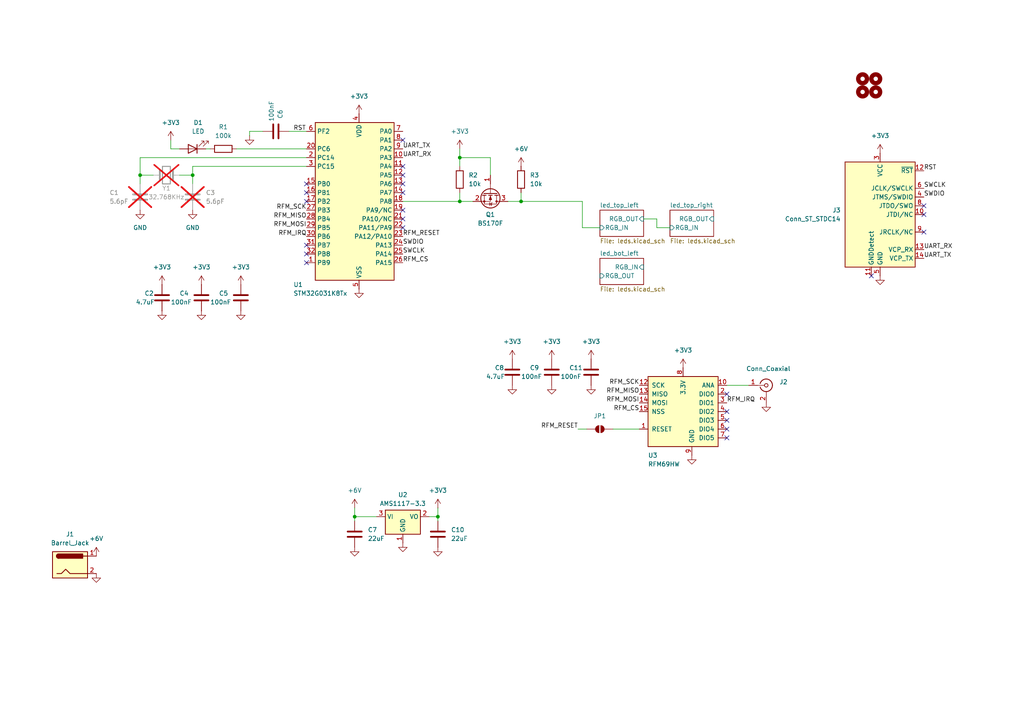
<source format=kicad_sch>
(kicad_sch (version 20231120) (generator "eeschema") (generator_version "8.0")
  (paper "A4")
  (lib_symbols
    (symbol "Connector:Barrel_Jack" (pin_names (offset 1.016))
      (property "Reference" "J" (at 0 5.334 0))
      (property "Value" "Barrel_Jack" (at 0 -5.08 0))
      (symbol "Barrel_Jack_0_1"
        (rectangle (start -5.08 3.81) (end 5.08 -3.81) (stroke (width 0.254)) (fill (type background)))
        (arc (start -3.302 3.175) (mid -3.9343 2.54) (end -3.302 1.905) (stroke (width 0.254)))
        (arc (start -3.302 3.175) (mid -3.9343 2.54) (end -3.302 1.905) (stroke (width 0.254)) (fill (type outline)))
        (polyline (pts (xy 5.08 2.54) (xy 3.81 2.54)) (stroke (width 0.254)))
        (polyline (pts (xy -3.81 -2.54) (xy -2.54 -2.54) (xy -1.27 -1.27) (xy 0 -2.54) (xy 2.54 -2.54) (xy 5.08 -2.54)) (stroke (width 0.254)))
        (rectangle (start 3.683 3.175) (end -3.302 1.905) (stroke (width 0.254)) (fill (type outline)))
      )
      (symbol "Barrel_Jack_1_1"
        (pin passive line (at 7.62 2.54 180) (length 2.54) (name "~") (number "1"))
        (pin passive line (at 7.62 -2.54 180) (length 2.54) (name "~") (number "2"))
      )
    )
    (symbol "Connector:Conn_Coaxial" (pin_names (offset 1.016) hide)
      (property "Reference" "J" (at 0.254 3.048 0))
      (property "Value" "Conn_Coaxial" (at 2.921 0 90))
      (symbol "Conn_Coaxial_0_1"
        (arc (start -1.778 -0.508) (mid 0.2311 -1.8066) (end 1.778 0) (stroke (width 0.254)))
        (polyline (pts (xy -2.54 0) (xy -0.508 0)))
        (polyline (pts (xy 0 -2.54) (xy 0 -1.778)))
        (circle (center 0 0) (radius 0.508) (stroke (width 0.2032)))
        (arc (start 1.778 0) (mid 0.2099 1.8101) (end -1.778 0.508) (stroke (width 0.254)))
      )
      (symbol "Conn_Coaxial_1_1"
        (pin passive line (at -5.08 0 0) (length 2.54) (name "In") (number "1"))
        (pin passive line (at 0 -5.08 90) (length 2.54) (name "Ext") (number "2"))
      )
    )
    (symbol "Connector:Conn_ST_STDC14"
      (property "Reference" "J" (at -8.89 16.51 0))
      (property "Value" "Conn_ST_STDC14" (at 17.78 16.51 0))
      (symbol "Conn_ST_STDC14_0_1"
        (rectangle (start -10.16 15.24) (end 10.16 -15.24) (stroke (width 0.254)) (fill (type background)))
      )
      (symbol "Conn_ST_STDC14_1_1"
        (pin no_connect line (at -10.16 5.08 0) (length 2.54) hide (name "NC") (number "1"))
        (pin output line (at 12.7 0 180) (length 2.54) (name "JTDI/NC") (number "10"))
        (pin passive line (at -2.54 -17.78 90) (length 2.54) (name "GNDDetect") (number "11"))
        (pin open_collector line (at 12.7 12.7 180) (length 2.54) (name "~{RST}") (number "12"))
        (pin output line (at 12.7 -10.16 180) (length 2.54) (name "VCP_RX") (number "13"))
        (pin input line (at 12.7 -12.7 180) (length 2.54) (name "VCP_TX") (number "14"))
        (pin no_connect line (at -10.16 2.54 0) (length 2.54) hide (name "NC") (number "2"))
        (pin power_in line (at 0 17.78 270) (length 2.54) (name "VCC") (number "3"))
        (pin bidirectional line (at 12.7 5.08 180) (length 2.54) (name "JTMS/SWDIO") (number "4"))
        (pin power_in line (at 0 -17.78 90) (length 2.54) (name "GND") (number "5"))
        (pin output line (at 12.7 7.62 180) (length 2.54) (name "JCLK/SWCLK") (number "6"))
        (pin passive line (at 0 -17.78 90) (length 2.54) hide (name "GND") (number "7"))
        (pin input line (at 12.7 2.54 180) (length 2.54) (name "JTDO/SWO") (number "8"))
        (pin input line (at 12.7 -5.08 180) (length 2.54) (name "JRCLK/NC") (number "9"))
      )
    )
    (symbol "Device:C" (pin_numbers hide) (pin_names (offset 0.254))
      (property "Reference" "C" (at 0.635 2.54 0))
      (property "Value" "C" (at 0.635 -2.54 0))
      (symbol "C_0_1"
        (polyline (pts (xy -2.032 -0.762) (xy 2.032 -0.762)) (stroke (width 0.508)))
        (polyline (pts (xy -2.032 0.762) (xy 2.032 0.762)) (stroke (width 0.508)))
      )
      (symbol "C_1_1"
        (pin passive line (at 0 3.81 270) (length 2.794) (name "~") (number "1"))
        (pin passive line (at 0 -3.81 90) (length 2.794) (name "~") (number "2"))
      )
    )
    (symbol "Device:Crystal" (pin_numbers hide) (pin_names (offset 1.016) hide)
      (property "Reference" "Y" (at 0 3.81 0))
      (property "Value" "Crystal" (at 0 -3.81 0))
      (symbol "Crystal_0_1"
        (rectangle (start -1.143 2.54) (end 1.143 -2.54) (stroke (width 0.3048)))
        (polyline (pts (xy -2.54 0) (xy -1.905 0)))
        (polyline (pts (xy -1.905 -1.27) (xy -1.905 1.27)) (stroke (width 0.508)))
        (polyline (pts (xy 1.905 -1.27) (xy 1.905 1.27)) (stroke (width 0.508)))
        (polyline (pts (xy 2.54 0) (xy 1.905 0)))
      )
      (symbol "Crystal_1_1"
        (pin passive line (at -3.81 0 0) (length 1.27) (name "1") (number "1"))
        (pin passive line (at 3.81 0 180) (length 1.27) (name "2") (number "2"))
      )
    )
    (symbol "Device:LED" (pin_numbers hide) (pin_names (offset 1.016) hide)
      (property "Reference" "D" (at 0 2.54 0))
      (property "Value" "LED" (at 0 -2.54 0))
      (symbol "LED_0_1"
        (polyline (pts (xy -1.27 -1.27) (xy -1.27 1.27)) (stroke (width 0.254)))
        (polyline (pts (xy -1.27 0) (xy 1.27 0)))
        (polyline (pts (xy 1.27 -1.27) (xy 1.27 1.27) (xy -1.27 0) (xy 1.27 -1.27)) (stroke (width 0.254)))
        (polyline (pts (xy -3.048 -0.762) (xy -4.572 -2.286) (xy -3.81 -2.286) (xy -4.572 -2.286) (xy -4.572 -1.524)))
        (polyline (pts (xy -1.778 -0.762) (xy -3.302 -2.286) (xy -2.54 -2.286) (xy -3.302 -2.286) (xy -3.302 -1.524)))
      )
      (symbol "LED_1_1"
        (pin passive line (at -3.81 0 0) (length 2.54) (name "K") (number "1"))
        (pin passive line (at 3.81 0 180) (length 2.54) (name "A") (number "2"))
      )
    )
    (symbol "Device:R" (pin_numbers hide) (pin_names (offset 0))
      (property "Reference" "R" (at 2.032 0 90))
      (property "Value" "R" (at 0 0 90))
      (symbol "R_0_1"
        (rectangle (start -1.016 -2.54) (end 1.016 2.54) (stroke (width 0.254)))
      )
      (symbol "R_1_1"
        (pin passive line (at 0 3.81 270) (length 1.27) (name "~") (number "1"))
        (pin passive line (at 0 -3.81 90) (length 1.27) (name "~") (number "2"))
      )
    )
    (symbol "Jumper:SolderJumper_2_Open" (pin_numbers hide) (pin_names (offset 0) hide) (exclude_from_sim yes) (in_bom no)
      (property "Reference" "JP" (at 0 2.032 0))
      (property "Value" "SolderJumper_2_Open" (at 0 -2.54 0))
      (symbol "SolderJumper_2_Open_0_1"
        (arc (start -0.254 1.016) (mid -1.2656 0) (end -0.254 -1.016))
        (arc (start -0.254 1.016) (mid -1.2656 0) (end -0.254 -1.016) (fill (type outline)))
        (polyline (pts (xy -0.254 1.016) (xy -0.254 -1.016)))
        (polyline (pts (xy 0.254 1.016) (xy 0.254 -1.016)))
        (arc (start 0.254 -1.016) (mid 1.2656 0) (end 0.254 1.016))
        (arc (start 0.254 -1.016) (mid 1.2656 0) (end 0.254 1.016) (fill (type outline)))
      )
      (symbol "SolderJumper_2_Open_1_1"
        (pin passive line (at -3.81 0 0) (length 2.54) (name "A") (number "1"))
        (pin passive line (at 3.81 0 180) (length 2.54) (name "B") (number "2"))
      )
    )
    (symbol "MCU_ST_STM32G0:STM32G031K8Tx"
      (property "Reference" "U" (at -10.16 24.13 0))
      (property "Value" "STM32G031K8Tx" (at 5.08 24.13 0))
      (symbol "STM32G031K8Tx_0_1"
        (rectangle (start -10.16 -22.86) (end 12.7 22.86) (stroke (width 0.254)) (fill (type background)))
      )
      (symbol "STM32G031K8Tx_1_1"
        (pin bidirectional line (at -12.7 -17.78 0) (length 2.54) (name "PB9") (number "1"))
        (pin bidirectional line (at 15.24 12.7 180) (length 2.54) (name "PA3") (number "10"))
        (pin bidirectional line (at 15.24 10.16 180) (length 2.54) (name "PA4") (number "11"))
        (pin bidirectional line (at 15.24 7.62 180) (length 2.54) (name "PA5") (number "12"))
        (pin bidirectional line (at 15.24 5.08 180) (length 2.54) (name "PA6") (number "13"))
        (pin bidirectional line (at 15.24 2.54 180) (length 2.54) (name "PA7") (number "14"))
        (pin bidirectional line (at -12.7 5.08 0) (length 2.54) (name "PB0") (number "15"))
        (pin bidirectional line (at -12.7 2.54 0) (length 2.54) (name "PB1") (number "16"))
        (pin bidirectional line (at -12.7 0 0) (length 2.54) (name "PB2") (number "17"))
        (pin bidirectional line (at 15.24 0 180) (length 2.54) (name "PA8") (number "18"))
        (pin bidirectional line (at 15.24 -2.54 180) (length 2.54) (name "PA9/NC") (number "19"))
        (pin bidirectional line (at -12.7 12.7 0) (length 2.54) (name "PC14") (number "2"))
        (pin bidirectional line (at -12.7 15.24 0) (length 2.54) (name "PC6") (number "20"))
        (pin bidirectional line (at 15.24 -5.08 180) (length 2.54) (name "PA10/NC") (number "21"))
        (pin bidirectional line (at 15.24 -7.62 180) (length 2.54) (name "PA11/PA9") (number "22"))
        (pin bidirectional line (at 15.24 -10.16 180) (length 2.54) (name "PA12/PA10") (number "23"))
        (pin bidirectional line (at 15.24 -12.7 180) (length 2.54) (name "PA13") (number "24"))
        (pin bidirectional line (at 15.24 -15.24 180) (length 2.54) (name "PA14") (number "25"))
        (pin bidirectional line (at 15.24 -17.78 180) (length 2.54) (name "PA15") (number "26"))
        (pin bidirectional line (at -12.7 -2.54 0) (length 2.54) (name "PB3") (number "27"))
        (pin bidirectional line (at -12.7 -5.08 0) (length 2.54) (name "PB4") (number "28"))
        (pin bidirectional line (at -12.7 -7.62 0) (length 2.54) (name "PB5") (number "29"))
        (pin bidirectional line (at -12.7 10.16 0) (length 2.54) (name "PC15") (number "3"))
        (pin bidirectional line (at -12.7 -10.16 0) (length 2.54) (name "PB6") (number "30"))
        (pin bidirectional line (at -12.7 -12.7 0) (length 2.54) (name "PB7") (number "31"))
        (pin bidirectional line (at -12.7 -15.24 0) (length 2.54) (name "PB8") (number "32"))
        (pin power_in line (at 2.54 25.4 270) (length 2.54) (name "VDD") (number "4"))
        (pin power_in line (at 2.54 -25.4 90) (length 2.54) (name "VSS") (number "5"))
        (pin bidirectional line (at -12.7 20.32 0) (length 2.54) (name "PF2") (number "6"))
        (pin bidirectional line (at 15.24 20.32 180) (length 2.54) (name "PA0") (number "7"))
        (pin bidirectional line (at 15.24 17.78 180) (length 2.54) (name "PA1") (number "8"))
        (pin bidirectional line (at 15.24 15.24 180) (length 2.54) (name "PA2") (number "9"))
      )
    )
    (symbol "Mechanical:MountingHole" (pin_names (offset 1.016)) (exclude_from_sim yes) (in_bom no)
      (property "Reference" "H" (at 0 5.08 0))
      (property "Value" "MountingHole" (at 0 3.175 0))
      (symbol "MountingHole_0_1"
        (circle (center 0 0) (radius 1.27) (stroke (width 1.27)))
      )
    )
    (symbol "RF_Module:RFM69HW" (pin_names (offset 1.016))
      (property "Reference" "U" (at -3.81 11.43 0))
      (property "Value" "RFM69HW" (at -7.62 13.97 0))
      (symbol "RFM69HW_0_1"
        (rectangle (start -10.16 10.16) (end 10.16 -10.16) (stroke (width 0.254)) (fill (type background)))
      )
      (symbol "RFM69HW_1_1"
        (pin input line (at -12.7 -5.08 0) (length 2.54) (name "RESET") (number "1"))
        (pin output line (at 12.7 7.62 180) (length 2.54) (name "ANA") (number "10"))
        (pin passive line (at 2.54 -12.7 90) (length 2.54) hide (name "GND") (number "11"))
        (pin input line (at -12.7 7.62 0) (length 2.54) (name "SCK") (number "12"))
        (pin output line (at -12.7 5.08 0) (length 2.54) (name "MISO") (number "13"))
        (pin input line (at -12.7 2.54 0) (length 2.54) (name "MOSI") (number "14"))
        (pin input line (at -12.7 0 0) (length 2.54) (name "NSS") (number "15"))
        (pin no_connect line (at -2.54 -10.16 90) (length 2.54) hide (name "NC") (number "16"))
        (pin bidirectional line (at 12.7 5.08 180) (length 2.54) (name "DIO0") (number "2"))
        (pin bidirectional line (at 12.7 2.54 180) (length 2.54) (name "DIO1") (number "3"))
        (pin bidirectional line (at 12.7 0 180) (length 2.54) (name "DIO2") (number "4"))
        (pin bidirectional line (at 12.7 -2.54 180) (length 2.54) (name "DIO3") (number "5"))
        (pin bidirectional line (at 12.7 -5.08 180) (length 2.54) (name "DIO4") (number "6"))
        (pin bidirectional line (at 12.7 -7.62 180) (length 2.54) (name "DIO5") (number "7"))
        (pin power_in line (at 0 12.7 270) (length 2.54) (name "3.3V") (number "8"))
        (pin power_in line (at 2.54 -12.7 90) (length 2.54) (name "GND") (number "9"))
      )
    )
    (symbol "Regulator_Linear:AMS1117-3.3"
      (property "Reference" "U" (at -3.81 3.175 0))
      (property "Value" "AMS1117-3.3" (at 0 3.175 0))
      (symbol "AMS1117-3.3_0_1"
        (rectangle (start -5.08 -5.08) (end 5.08 1.905) (stroke (width 0.254)) (fill (type background)))
      )
      (symbol "AMS1117-3.3_1_1"
        (pin power_in line (at 0 -7.62 90) (length 2.54) (name "GND") (number "1"))
        (pin power_out line (at 7.62 0 180) (length 2.54) (name "VO") (number "2"))
        (pin power_in line (at -7.62 0 0) (length 2.54) (name "VI") (number "3"))
      )
    )
    (symbol "Transistor_FET:BS170F" (pin_names hide)
      (property "Reference" "Q" (at 5.08 1.905 0))
      (property "Value" "BS170F" (at 5.08 0 0))
      (symbol "BS170F_0_1"
        (polyline (pts (xy 0.254 0) (xy -2.54 0)))
        (polyline (pts (xy 0.254 1.905) (xy 0.254 -1.905)) (stroke (width 0.254)))
        (polyline (pts (xy 0.762 -1.27) (xy 0.762 -2.286)) (stroke (width 0.254)))
        (polyline (pts (xy 0.762 0.508) (xy 0.762 -0.508)) (stroke (width 0.254)))
        (polyline (pts (xy 0.762 2.286) (xy 0.762 1.27)) (stroke (width 0.254)))
        (polyline (pts (xy 2.54 2.54) (xy 2.54 1.778)))
        (polyline (pts (xy 2.54 -2.54) (xy 2.54 0) (xy 0.762 0)))
        (polyline (pts (xy 0.762 -1.778) (xy 3.302 -1.778) (xy 3.302 1.778) (xy 0.762 1.778)))
        (polyline (pts (xy 1.016 0) (xy 2.032 0.381) (xy 2.032 -0.381) (xy 1.016 0)) (fill (type outline)))
        (polyline (pts (xy 2.794 0.508) (xy 2.921 0.381) (xy 3.683 0.381) (xy 3.81 0.254)))
        (polyline (pts (xy 3.302 0.381) (xy 2.921 -0.254) (xy 3.683 -0.254) (xy 3.302 0.381)))
        (circle (center 1.651 0) (radius 2.794) (stroke (width 0.254)))
        (circle (center 2.54 -1.778) (radius 0.254) (fill (type outline)))
        (circle (center 2.54 1.778) (radius 0.254) (fill (type outline)))
      )
      (symbol "BS170F_1_1"
        (pin input line (at -5.08 0 0) (length 2.54) (name "G") (number "1"))
        (pin passive line (at 2.54 -5.08 90) (length 2.54) (name "S") (number "2"))
        (pin passive line (at 2.54 5.08 270) (length 2.54) (name "D") (number "3"))
      )
    )
    (symbol "power:+3V3" (power) (pin_numbers hide) (pin_names (offset 0) hide)
      (property "Value" "+3V3" (at 0 3.556 0))
      (symbol "+3V3_0_1"
        (polyline (pts (xy -0.762 1.27) (xy 0 2.54)))
        (polyline (pts (xy 0 0) (xy 0 2.54)))
        (polyline (pts (xy 0 2.54) (xy 0.762 1.27)))
      )
      (symbol "+3V3_1_1"
        (pin power_in line (at 0 0 90) (length 0) (name "~") (number "1"))
      )
    )
    (symbol "power:+6V" (power) (pin_numbers hide) (pin_names (offset 0) hide)
      (property "Value" "+6V" (at 0 3.556 0))
      (symbol "+6V_0_1"
        (polyline (pts (xy -0.762 1.27) (xy 0 2.54)))
        (polyline (pts (xy 0 0) (xy 0 2.54)))
        (polyline (pts (xy 0 2.54) (xy 0.762 1.27)))
      )
      (symbol "+6V_1_1"
        (pin power_in line (at 0 0 90) (length 0) (name "~") (number "1"))
      )
    )
    (symbol "power:GND" (power) (pin_numbers hide) (pin_names (offset 0) hide)
      (property "Value" "GND" (at 0 -3.81 0))
      (symbol "GND_0_1"
        (polyline (pts (xy 0 0) (xy 0 -1.27) (xy 1.27 -1.27) (xy 0 -2.54) (xy -1.27 -1.27) (xy 0 -1.27)))
      )
      (symbol "GND_1_1"
        (pin power_in line (at 0 0 270) (length 0) (name "~") (number "1"))
      )
    )
  )
  (junction (at 55.88 50.8))
  (junction (at 102.87 149.86))
  (junction (at 40.64 50.8))
  (junction (at 133.35 58.42))
  (junction (at 151.13 58.42))
  (junction (at 133.35 45.72))
  (junction (at 127 149.86))
  (no_connect (at 267.97 62.23))
  (no_connect (at 116.84 66.04))
  (no_connect (at 116.84 63.5))
  (no_connect (at 116.84 48.26))
  (no_connect (at 88.9 76.2))
  (no_connect (at 210.82 114.3))
  (no_connect (at 210.82 127))
  (no_connect (at 116.84 53.34))
  (no_connect (at 88.9 53.34))
  (no_connect (at 267.97 67.31))
  (no_connect (at 210.82 124.46))
  (no_connect (at 116.84 60.96))
  (no_connect (at 252.73 80.01))
  (no_connect (at 116.84 40.64))
  (no_connect (at 210.82 119.38))
  (no_connect (at 88.9 73.66))
  (no_connect (at 88.9 71.12))
  (no_connect (at 267.97 59.69))
  (no_connect (at 116.84 50.8))
  (no_connect (at 88.9 55.88))
  (no_connect (at 116.84 55.88))
  (no_connect (at 210.82 121.92))
  (no_connect (at 88.9 58.42))
  (wire (pts (xy 72.39 38.1) (xy 76.2 38.1)))
  (wire (pts (xy 127 147.32) (xy 127 149.86)))
  (wire (pts (xy 210.82 111.76) (xy 217.17 111.76)))
  (wire (pts (xy 151.13 58.42) (xy 168.91 58.42)))
  (wire (pts (xy 55.88 53.34) (xy 55.88 50.8)))
  (wire (pts (xy 83.82 38.1) (xy 88.9 38.1)))
  (wire (pts (xy 55.88 50.8) (xy 52.07 50.8)))
  (wire (pts (xy 133.35 58.42) (xy 137.16 58.42)))
  (wire (pts (xy 40.64 45.72) (xy 40.64 50.8)))
  (wire (pts (xy 44.45 50.8) (xy 40.64 50.8)))
  (wire (pts (xy 190.5 66.04) (xy 194.31 66.04)))
  (wire (pts (xy 168.91 58.42) (xy 168.91 66.04)))
  (wire (pts (xy 127 149.86) (xy 124.46 149.86)))
  (wire (pts (xy 102.87 149.86) (xy 109.22 149.86)))
  (wire (pts (xy 49.53 43.18) (xy 49.53 40.64)))
  (wire (pts (xy 52.07 43.18) (xy 49.53 43.18)))
  (wire (pts (xy 116.84 58.42) (xy 133.35 58.42)))
  (wire (pts (xy 102.87 149.86) (xy 102.87 147.32)))
  (wire (pts (xy 186.69 63.5) (xy 190.5 63.5)))
  (wire (pts (xy 142.24 45.72) (xy 133.35 45.72)))
  (wire (pts (xy 88.9 45.72) (xy 40.64 45.72)))
  (wire (pts (xy 60.96 43.18) (xy 59.69 43.18)))
  (wire (pts (xy 190.5 63.5) (xy 190.5 66.04)))
  (wire (pts (xy 68.58 43.18) (xy 88.9 43.18)))
  (wire (pts (xy 167.64 124.46) (xy 170.18 124.46)))
  (wire (pts (xy 88.9 48.26) (xy 55.88 48.26)))
  (wire (pts (xy 40.64 50.8) (xy 40.64 53.34)))
  (wire (pts (xy 177.8 124.46) (xy 185.42 124.46)))
  (wire (pts (xy 102.87 149.86) (xy 102.87 151.13)))
  (wire (pts (xy 72.39 39.37) (xy 72.39 38.1)))
  (wire (pts (xy 133.35 45.72) (xy 133.35 43.18)))
  (wire (pts (xy 127 151.13) (xy 127 149.86)))
  (wire (pts (xy 151.13 58.42) (xy 147.32 58.42)))
  (wire (pts (xy 133.35 55.88) (xy 133.35 58.42)))
  (wire (pts (xy 142.24 50.8) (xy 142.24 45.72)))
  (wire (pts (xy 55.88 48.26) (xy 55.88 50.8)))
  (wire (pts (xy 151.13 55.88) (xy 151.13 58.42)))
  (wire (pts (xy 133.35 45.72) (xy 133.35 48.26)))
  (wire (pts (xy 168.91 66.04) (xy 173.99 66.04)))
  (label "RFM_RESET" (at 167.64 124.46 180))
  (label "RST" (at 85.09 38.1 0))
  (label "RFM_IRQ" (at 210.82 116.84 0))
  (label "RFM_MOSI" (at 88.9 66.04 180))
  (label "RFM_MISO" (at 88.9 63.5 180))
  (label "RFM_CS" (at 185.42 119.38 180))
  (label "SWCLK" (at 116.84 73.66 0))
  (label "RFM_RESET" (at 116.84 68.58 0))
  (label "RST" (at 267.97 49.53 0))
  (label "RFM_MOSI" (at 185.42 116.84 180))
  (label "SWDIO" (at 116.84 71.12 0))
  (label "SWDIO" (at 267.97 57.15 0))
  (label "UART_RX" (at 267.97 72.39 0))
  (label "UART_TX" (at 267.97 74.93 0))
  (label "SWCLK" (at 267.97 54.61 0))
  (label "RFM_MISO" (at 185.42 114.3 180))
  (label "UART_RX" (at 116.84 45.72 0))
  (label "RFM_SCK" (at 185.42 111.76 180))
  (label "UART_TX" (at 116.84 43.18 0))
  (label "RFM_IRQ" (at 88.9 68.58 180))
  (label "RFM_SCK" (at 88.9 60.96 180))
  (label "RFM_CS" (at 116.84 76.2 0))
  (symbol (lib_id "power:GND") (at 40.64 60.96 0) (unit 1)
    (property "Reference" "#PWR03" (effects (hide yes)))
    (property "Value" "GND" (at 40.64 66.04 0))
    (property "Description" "Power symbol creates a global label with name \"GND\" , ground" (effects (hide yes)))
  )
  (symbol (lib_id "power:+3V3") (at 198.12 106.68 0) (unit 1)
    (property "Reference" "#PWR028" (effects (hide yes)))
    (property "Value" "+3V3" (at 198.12 101.6 0))
    (property "Description" "Power symbol creates a global label with name \"+3V3\"" (effects (hide yes)))
  )
  (symbol (lib_id "power:GND") (at 46.99 90.17 0) (unit 1)
    (property "Reference" "#PWR05" (effects (hide yes)))
    (property "Value" "GND" (effects (hide yes)))
    (property "Description" "Power symbol creates a global label with name \"GND\" , ground" (effects (hide yes)))
  )
  (symbol (lib_id "power:+3V3") (at 160.02 104.14 0) (unit 1)
    (property "Reference" "#PWR022" (effects (hide yes)))
    (property "Value" "+3V3" (at 160.02 99.06 0))
    (property "Description" "Power symbol creates a global label with name \"+3V3\"" (effects (hide yes)))
  )
  (symbol (lib_id "Device:C") (at 160.02 107.95 0) (unit 1)
    (property "Reference" "C9" (at 153.67 106.68 0) (effects (justify left)))
    (property "Value" "100nF" (at 151.13 109.22 0) (effects (justify left)))
    (property "Footprint" "Capacitor_SMD:C_0805_2012Metric_Pad1.18x1.45mm_HandSolder" (effects (hide yes)))
    (property "Description" "Unpolarized capacitor" (effects (hide yes)))
  )
  (symbol (lib_id "Regulator_Linear:AMS1117-3.3") (at 116.84 149.86 0) (unit 1)
    (property "Reference" "U2" (at 116.84 143.51 0))
    (property "Value" "AMS1117-3.3" (at 116.84 146.05 0))
    (property "Footprint" "Package_TO_SOT_SMD:SOT-223-3_TabPin2" (effects (hide yes)))
    (property "Datasheet" "http://www.advanced-monolithic.com/pdf/ds1117.pdf" (effects (hide yes)))
    (property "Description" "1A Low Dropout regulator, positive, 3.3V fixed output, SOT-223" (effects (hide yes)))
  )
  (symbol (lib_id "power:GND") (at 116.84 157.48 0) (unit 1)
    (property "Reference" "#PWR021" (effects (hide yes)))
    (property "Value" "GND" (effects (hide yes)))
    (property "Description" "Power symbol creates a global label with name \"GND\" , ground" (effects (hide yes)))
  )
  (symbol (lib_id "Device:C") (at 69.85 86.36 0) (unit 1)
    (property "Reference" "C5" (at 63.5 85.09 0) (effects (justify left)))
    (property "Value" "100nF" (at 60.96 87.63 0) (effects (justify left)))
    (property "Footprint" "Capacitor_SMD:C_0805_2012Metric_Pad1.18x1.45mm_HandSolder" (effects (hide yes)))
    (property "Description" "Unpolarized capacitor" (effects (hide yes)))
  )
  (symbol (lib_id "power:+3V3") (at 171.45 104.14 0) (unit 1)
    (property "Reference" "#PWR026" (effects (hide yes)))
    (property "Value" "+3V3" (at 171.45 99.06 0))
    (property "Description" "Power symbol creates a global label with name \"+3V3\"" (effects (hide yes)))
  )
  (symbol (lib_id "Mechanical:MountingHole") (at 254 26.67 0) (unit 1) (exclude_from_sim yes) (in_bom no)
    (property "Reference" "H4" (effects (hide yes)))
    (property "Value" "MountingHole" (effects (hide yes)))
    (property "Footprint" "MountingHole:MountingHole_3.2mm_M3" (effects (hide yes)))
    (property "Description" "Mounting Hole without connection" (effects (hide yes)))
  )
  (symbol (lib_id "Device:Crystal") (at 48.26 50.8 0) (unit 1) (dnp yes)
    (property "Reference" "Y1" (at 48.26 54.61 0))
    (property "Value" "32.768KHz" (at 48.26 57.15 0))
    (property "Footprint" "Crystal:Crystal_SMD_3215-2Pin_3.2x1.5mm" (effects (hide yes)))
    (property "Description" "Two pin crystal" (effects (hide yes)))
    (property "manf#" " MPJK-7L-32.768-12.5-20-70-C" (effects (hide yes)))
  )
  (symbol (lib_id "Connector:Conn_Coaxial") (at 222.25 111.76 0) (unit 1)
    (property "Reference" "J2" (at 226.06 110.7831 0) (effects (justify left)))
    (property "Value" "Conn_Coaxial" (at 216.408 106.934 0) (effects (justify left)))
    (property "Footprint" "Connector_Coaxial:SMA_Amphenol_901-143_Horizontal" (effects (hide yes)))
    (property "Description" "coaxial connector (BNC, SMA, SMB, SMC, Cinch/RCA, LEMO, ...)" (effects (hide yes)))
    (property "manf#" " 2096224" (effects (hide yes)))
  )
  (symbol (lib_id "power:GND") (at 72.39 39.37 0) (unit 1)
    (property "Reference" "#PWR012" (effects (hide yes)))
    (property "Value" "GND" (effects (hide yes)))
    (property "Description" "Power symbol creates a global label with name \"GND\" , ground" (effects (hide yes)))
  )
  (symbol (lib_id "power:GND") (at 200.66 132.08 0) (unit 1)
    (property "Reference" "#PWR029" (effects (hide yes)))
    (property "Value" "GND" (effects (hide yes)))
    (property "Description" "Power symbol creates a global label with name \"GND\" , ground" (effects (hide yes)))
  )
  (symbol (lib_id "power:+3V3") (at 46.99 82.55 0) (unit 1)
    (property "Reference" "#PWR04" (effects (hide yes)))
    (property "Value" "+3V3" (at 46.99 77.47 0))
    (property "Description" "Power symbol creates a global label with name \"+3V3\"" (effects (hide yes)))
  )
  (symbol (lib_id "MCU_ST_STM32G0:STM32G031K8Tx") (at 101.6 58.42 0) (unit 1)
    (property "Reference" "U1" (at 85.09 82.55 0) (effects (justify left)))
    (property "Value" "STM32G031K8Tx" (at 85.09 85.09 0) (effects (justify left)))
    (property "Footprint" "Package_QFP:LQFP-32_7x7mm_P0.8mm" (effects (hide yes)))
    (property "Datasheet" "https://www.st.com/resource/en/datasheet/stm32g031k8.pdf" (effects (hide yes)))
    (property "Description" "STMicroelectronics Arm Cortex-M0+ MCU, 64KB flash, 8KB RAM, 64 MHz, 1.7-3.6V, 30 GPIO, LQFP32" (effects (hide yes)))
  )
  (symbol (lib_id "power:GND") (at 55.88 60.96 0) (unit 1)
    (property "Reference" "#PWR07" (effects (hide yes)))
    (property "Value" "GND" (at 55.88 66.04 0))
    (property "Description" "Power symbol creates a global label with name \"GND\" , ground" (effects (hide yes)))
  )
  (symbol (lib_id "Mechanical:MountingHole") (at 254 22.86 0) (unit 1) (exclude_from_sim yes) (in_bom no)
    (property "Reference" "H3" (effects (hide yes)))
    (property "Value" "MountingHole" (effects (hide yes)))
    (property "Footprint" "MountingHole:MountingHole_3.2mm_M3" (effects (hide yes)))
    (property "Description" "Mounting Hole without connection" (effects (hide yes)))
  )
  (symbol (lib_id "power:+3V3") (at 69.85 82.55 0) (unit 1)
    (property "Reference" "#PWR010" (effects (hide yes)))
    (property "Value" "+3V3" (at 69.85 77.47 0))
    (property "Description" "Power symbol creates a global label with name \"+3V3\"" (effects (hide yes)))
  )
  (symbol (lib_id "Transistor_FET:BS170F") (at 142.24 55.88 270) (unit 1)
    (property "Reference" "Q1" (at 142.24 62.23 90))
    (property "Value" "BS170F" (at 142.24 64.77 90))
    (property "Footprint" "Package_TO_SOT_SMD:SOT-23" (effects (hide yes)))
    (property "Datasheet" "http://www.diodes.com/assets/Datasheets/BS170F.pdf" (effects (hide yes)))
    (property "Description" "0.15A Id, 60V Vds, N-Channel MOSFET, SOT-23" (effects (hide yes)))
  )
  (symbol (lib_id "power:GND") (at 171.45 111.76 0) (unit 1)
    (property "Reference" "#PWR027" (effects (hide yes)))
    (property "Value" "GND" (effects (hide yes)))
    (property "Description" "Power symbol creates a global label with name \"GND\" , ground" (effects (hide yes)))
  )
  (symbol (lib_id "Device:C") (at 55.88 57.15 0) (unit 1) (dnp yes)
    (property "Reference" "C3" (at 59.69 55.88 0) (effects (justify left)))
    (property "Value" "5.6pF" (at 59.69 58.42 0) (effects (justify left)))
    (property "Footprint" "Capacitor_SMD:C_0805_2012Metric_Pad1.18x1.45mm_HandSolder" (effects (hide yes)))
    (property "Description" "Unpolarized capacitor" (effects (hide yes)))
  )
  (symbol (lib_id "Connector:Conn_ST_STDC14") (at 255.27 62.23 0) (unit 1)
    (property "Reference" "J3" (at 243.84 60.9599 0) (effects (justify right)))
    (property "Value" "Conn_ST_STDC14" (at 243.84 63.4999 0) (effects (justify right)))
    (property "Footprint" "Connector_PinHeader_1.27mm:PinHeader_2x07_P1.27mm_Horizontal" (effects (hide yes)))
    (property "Datasheet" "https://www.st.com/content/ccc/resource/technical/document/user_manual/group1/99/49/91/b6/b2/3a/46/e5/DM00526767/files/DM00526767.pdf/jcr:content/translations/en.DM00526767.pdf" (effects (hide yes)))
    (property "Description" "ST Debug Connector, standard ARM Cortex-M SWD and JTAG interface plus UART" (effects (hide yes)))
    (property "manf#" "20021112-00014T1LF" (effects (hide yes)))
  )
  (symbol (lib_id "power:+6V") (at 27.94 161.29 0) (unit 1)
    (property "Reference" "#PWR01" (effects (hide yes)))
    (property "Value" "+6V" (at 27.94 156.21 0))
    (property "Description" "Power symbol creates a global label with name \"+6V\"" (effects (hide yes)))
  )
  (symbol (lib_id "Device:R") (at 133.35 52.07 0) (unit 1)
    (property "Reference" "R2" (at 135.89 50.7999 0) (effects (justify left)))
    (property "Value" "10k" (at 135.89 53.3399 0) (effects (justify left)))
    (property "Footprint" "Resistor_SMD:R_0805_2012Metric_Pad1.20x1.40mm_HandSolder" (effects (hide yes)))
    (property "Description" "Resistor" (effects (hide yes)))
  )
  (symbol (lib_id "power:+3V3") (at 148.59 104.14 0) (unit 1)
    (property "Reference" "#PWR018" (effects (hide yes)))
    (property "Value" "+3V3" (at 148.59 99.06 0))
    (property "Description" "Power symbol creates a global label with name \"+3V3\"" (effects (hide yes)))
  )
  (symbol (lib_id "power:GND") (at 255.27 80.01 0) (unit 1)
    (property "Reference" "#PWR032" (effects (hide yes)))
    (property "Value" "GND" (effects (hide yes)))
    (property "Description" "Power symbol creates a global label with name \"GND\" , ground" (effects (hide yes)))
  )
  (symbol (lib_id "Mechanical:MountingHole") (at 250.19 26.67 0) (unit 1) (exclude_from_sim yes) (in_bom no)
    (property "Reference" "H2" (effects (hide yes)))
    (property "Value" "MountingHole" (effects (hide yes)))
    (property "Footprint" "MountingHole:MountingHole_3.2mm_M3" (effects (hide yes)))
    (property "Description" "Mounting Hole without connection" (effects (hide yes)))
  )
  (symbol (lib_id "power:GND") (at 127 158.75 0) (unit 1)
    (property "Reference" "#PWR025" (effects (hide yes)))
    (property "Value" "GND" (effects (hide yes)))
    (property "Description" "Power symbol creates a global label with name \"GND\" , ground" (effects (hide yes)))
  )
  (symbol (lib_id "power:GND") (at 148.59 111.76 0) (unit 1)
    (property "Reference" "#PWR019" (effects (hide yes)))
    (property "Value" "GND" (effects (hide yes)))
    (property "Description" "Power symbol creates a global label with name \"GND\" , ground" (effects (hide yes)))
  )
  (symbol (lib_id "Device:C") (at 80.01 38.1 270) (unit 1)
    (property "Reference" "C6" (at 81.28 31.75 0) (effects (justify left)))
    (property "Value" "100nF" (at 78.74 29.21 0) (effects (justify left)))
    (property "Footprint" "Capacitor_SMD:C_0805_2012Metric_Pad1.18x1.45mm_HandSolder" (effects (hide yes)))
    (property "Description" "Unpolarized capacitor" (effects (hide yes)))
  )
  (symbol (lib_id "Device:C") (at 58.42 86.36 0) (unit 1)
    (property "Reference" "C4" (at 52.07 85.09 0) (effects (justify left)))
    (property "Value" "100nF" (at 49.53 87.63 0) (effects (justify left)))
    (property "Footprint" "Capacitor_SMD:C_0805_2012Metric_Pad1.18x1.45mm_HandSolder" (effects (hide yes)))
    (property "Description" "Unpolarized capacitor" (effects (hide yes)))
  )
  (symbol (lib_id "Device:C") (at 46.99 86.36 0) (unit 1)
    (property "Reference" "C2" (at 41.91 85.09 0) (effects (justify left)))
    (property "Value" "4.7uF" (at 39.37 87.63 0) (effects (justify left)))
    (property "Footprint" "Capacitor_SMD:C_0805_2012Metric_Pad1.18x1.45mm_HandSolder" (effects (hide yes)))
    (property "Description" "Unpolarized capacitor" (effects (hide yes)))
  )
  (symbol (lib_id "power:GND") (at 102.87 158.75 0) (unit 1)
    (property "Reference" "#PWR017" (effects (hide yes)))
    (property "Value" "GND" (effects (hide yes)))
    (property "Description" "Power symbol creates a global label with name \"GND\" , ground" (effects (hide yes)))
  )
  (symbol (lib_id "Device:LED") (at 55.88 43.18 180) (unit 1)
    (property "Reference" "D1" (at 57.4675 35.56 0))
    (property "Value" "LED" (at 57.4675 38.1 0))
    (property "Footprint" "LED_SMD:LED_0805_2012Metric_Pad1.15x1.40mm_HandSolder" (effects (hide yes)))
    (property "Description" "Light emitting diode" (effects (hide yes)))
  )
  (symbol (lib_id "power:GND") (at 104.14 83.82 0) (unit 1)
    (property "Reference" "#PWR014" (effects (hide yes)))
    (property "Value" "GND" (effects (hide yes)))
    (property "Description" "Power symbol creates a global label with name \"GND\" , ground" (effects (hide yes)))
  )
  (symbol (lib_id "power:+3V3") (at 58.42 82.55 0) (unit 1)
    (property "Reference" "#PWR08" (effects (hide yes)))
    (property "Value" "+3V3" (at 58.42 77.47 0))
    (property "Description" "Power symbol creates a global label with name \"+3V3\"" (effects (hide yes)))
  )
  (symbol (lib_id "RF_Module:RFM69HW") (at 198.12 119.38 0) (unit 1)
    (property "Reference" "U3" (at 187.96 132.08 0) (effects (justify left)))
    (property "Value" "RFM69HW" (at 187.96 134.62 0) (effects (justify left)))
    (property "Footprint" "RF_Module:HOPERF_RFM69HW" (effects (hide yes)))
    (property "Datasheet" "https://www.hoperf.com/data/upload/portal/20181127/5bfcbb56f1fd7.pdf" (effects (hide yes)))
    (property "Description" "ISM Radio Transceiver Module, SPI interface" (effects (hide yes)))
  )
  (symbol (lib_id "Device:C") (at 171.45 107.95 0) (unit 1)
    (property "Reference" "C11" (at 165.1 106.68 0) (effects (justify left)))
    (property "Value" "100nF" (at 162.56 109.22 0) (effects (justify left)))
    (property "Footprint" "Capacitor_SMD:C_0805_2012Metric_Pad1.18x1.45mm_HandSolder" (effects (hide yes)))
    (property "Description" "Unpolarized capacitor" (effects (hide yes)))
  )
  (symbol (lib_id "Device:R") (at 64.77 43.18 90) (unit 1)
    (property "Reference" "R1" (at 64.77 36.83 90))
    (property "Value" "100k" (at 64.77 39.37 90))
    (property "Footprint" "Resistor_SMD:R_0805_2012Metric_Pad1.20x1.40mm_HandSolder" (effects (hide yes)))
    (property "Description" "Resistor" (effects (hide yes)))
  )
  (symbol (lib_id "Mechanical:MountingHole") (at 250.19 22.86 0) (unit 1) (exclude_from_sim yes) (in_bom no)
    (property "Reference" "H1" (effects (hide yes)))
    (property "Value" "MountingHole" (effects (hide yes)))
    (property "Footprint" "MountingHole:MountingHole_3.2mm_M3" (effects (hide yes)))
    (property "Description" "Mounting Hole without connection" (effects (hide yes)))
  )
  (symbol (lib_id "power:+3V3") (at 127 147.32 0) (unit 1)
    (property "Reference" "#PWR024" (effects (hide yes)))
    (property "Value" "+3V3" (at 127 142.24 0))
    (property "Description" "Power symbol creates a global label with name \"+3V3\"" (effects (hide yes)))
  )
  (symbol (lib_id "Device:C") (at 40.64 57.15 0) (unit 1) (dnp yes)
    (property "Reference" "C1" (at 31.75 55.88 0) (effects (justify left)))
    (property "Value" "5.6pF" (at 31.75 58.42 0) (effects (justify left)))
    (property "Footprint" "Capacitor_SMD:C_0805_2012Metric_Pad1.18x1.45mm_HandSolder" (effects (hide yes)))
    (property "Description" "Unpolarized capacitor" (effects (hide yes)))
  )
  (symbol (lib_id "Device:C") (at 102.87 154.94 0) (unit 1)
    (property "Reference" "C7" (at 106.68 153.6699 0) (effects (justify left)))
    (property "Value" "22uF" (at 106.68 156.2099 0) (effects (justify left)))
    (property "Footprint" "Capacitor_SMD:C_1210_3225Metric" (effects (hide yes)))
    (property "Description" "Unpolarized capacitor" (effects (hide yes)))
    (property "manf#" "TPSB226M010R0700" (effects (hide yes)))
  )
  (symbol (lib_id "power:+3V3") (at 133.35 43.18 0) (unit 1)
    (property "Reference" "#PWR015" (effects (hide yes)))
    (property "Value" "+3V3" (at 133.35 38.1 0))
    (property "Description" "Power symbol creates a global label with name \"+3V3\"" (effects (hide yes)))
  )
  (symbol (lib_id "power:GND") (at 69.85 90.17 0) (unit 1)
    (property "Reference" "#PWR011" (effects (hide yes)))
    (property "Value" "GND" (effects (hide yes)))
    (property "Description" "Power symbol creates a global label with name \"GND\" , ground" (effects (hide yes)))
  )
  (symbol (lib_id "power:GND") (at 222.25 116.84 0) (unit 1)
    (property "Reference" "#PWR030" (effects (hide yes)))
    (property "Value" "GND" (effects (hide yes)))
    (property "Description" "Power symbol creates a global label with name \"GND\" , ground" (effects (hide yes)))
  )
  (symbol (lib_id "Device:R") (at 151.13 52.07 0) (unit 1)
    (property "Reference" "R3" (at 153.67 50.7999 0) (effects (justify left)))
    (property "Value" "10k" (at 153.67 53.3399 0) (effects (justify left)))
    (property "Footprint" "Resistor_SMD:R_0805_2012Metric_Pad1.20x1.40mm_HandSolder" (effects (hide yes)))
    (property "Description" "Resistor" (effects (hide yes)))
  )
  (symbol (lib_id "power:GND") (at 160.02 111.76 0) (unit 1)
    (property "Reference" "#PWR023" (effects (hide yes)))
    (property "Value" "GND" (effects (hide yes)))
    (property "Description" "Power symbol creates a global label with name \"GND\" , ground" (effects (hide yes)))
  )
  (symbol (lib_id "Device:C") (at 148.59 107.95 0) (unit 1)
    (property "Reference" "C8" (at 143.51 106.68 0) (effects (justify left)))
    (property "Value" "4.7uF" (at 140.97 109.22 0) (effects (justify left)))
    (property "Footprint" "Capacitor_SMD:C_0805_2012Metric_Pad1.18x1.45mm_HandSolder" (effects (hide yes)))
    (property "Description" "Unpolarized capacitor" (effects (hide yes)))
  )
  (symbol (lib_id "Connector:Barrel_Jack") (at 20.32 163.83 0) (unit 1)
    (property "Reference" "J1" (at 20.32 154.94 0))
    (property "Value" "Barrel_Jack" (at 20.32 157.48 0))
    (property "Footprint" "Connector_Molex:Molex_Micro-Fit_3.0_43650-0200_1x02_P3.00mm_Horizontal" (effects (hide yes)))
    (property "Description" "DC Barrel Jack" (effects (hide yes)))
  )
  (symbol (lib_id "power:GND") (at 58.42 90.17 0) (unit 1)
    (property "Reference" "#PWR09" (effects (hide yes)))
    (property "Value" "GND" (effects (hide yes)))
    (property "Description" "Power symbol creates a global label with name \"GND\" , ground" (effects (hide yes)))
  )
  (symbol (lib_id "power:+3V3") (at 49.53 40.64 0) (unit 1)
    (property "Reference" "#PWR06" (effects (hide yes)))
    (property "Value" "+3V3" (at 49.53 35.56 0))
    (property "Description" "Power symbol creates a global label with name \"+3V3\"" (effects (hide yes)))
  )
  (symbol (lib_id "power:GND") (at 27.94 166.37 0) (unit 1)
    (property "Reference" "#PWR02" (effects (hide yes)))
    (property "Value" "GND" (effects (hide yes)))
    (property "Description" "Power symbol creates a global label with name \"GND\" , ground" (effects (hide yes)))
  )
  (symbol (lib_id "power:+3V3") (at 104.14 33.02 0) (unit 1)
    (property "Reference" "#PWR013" (effects (hide yes)))
    (property "Value" "+3V3" (at 104.14 27.94 0))
    (property "Description" "Power symbol creates a global label with name \"+3V3\"" (effects (hide yes)))
  )
  (symbol (lib_id "Device:C") (at 127 154.94 0) (unit 1)
    (property "Reference" "C10" (at 130.81 153.6699 0) (effects (justify left)))
    (property "Value" "22uF" (at 130.81 156.2099 0) (effects (justify left)))
    (property "Footprint" "Capacitor_SMD:C_1210_3225Metric" (effects (hide yes)))
    (property "Description" "Unpolarized capacitor" (effects (hide yes)))
    (property "manf#" "TPSB226M010R0700" (effects (hide yes)))
  )
  (symbol (lib_id "power:+3V3") (at 255.27 44.45 0) (unit 1)
    (property "Reference" "#PWR031" (effects (hide yes)))
    (property "Value" "+3V3" (at 255.27 39.37 0))
    (property "Description" "Power symbol creates a global label with name \"+3V3\"" (effects (hide yes)))
  )
  (symbol (lib_id "Jumper:SolderJumper_2_Open") (at 173.99 124.46 180) (unit 1) (exclude_from_sim yes) (in_bom no)
    (property "Reference" "JP1" (at 173.99 120.65 0))
    (property "Value" "SolderJumper_2_Bridged" (effects (hide yes)))
    (property "Footprint" "Jumper:SolderJumper-2_P1.3mm_Open_TrianglePad1.0x1.5mm" (effects (hide yes)))
    (property "Description" "Solder Jumper, 2-pole, open" (effects (hide yes)))
  )
  (symbol (lib_id "power:+6V") (at 102.87 147.32 0) (unit 1)
    (property "Reference" "#PWR016" (effects (hide yes)))
    (property "Value" "+6V" (at 102.87 142.24 0))
    (property "Description" "Power symbol creates a global label with name \"+6V\"" (effects (hide yes)))
  )
  (symbol (lib_id "power:+6V") (at 151.13 48.26 0) (unit 1)
    (property "Reference" "#PWR020" (effects (hide yes)))
    (property "Value" "+6V" (at 151.13 43.18 0))
    (property "Description" "Power symbol creates a global label with name \"+6V\"" (effects (hide yes)))
  )
  (sheet (at 173.99 60.96) (size 12.7 7.62) (stroke (width 0.1524))
    (property "Sheetname" "led_top_left" (at 173.99 60.2484 0) (effects (justify left bottom)))
    (property "Sheetfile" "leds.kicad_sch" (at 173.99 69.1646 0) (effects (justify left top)))
    (pin "RGB_IN" input (at 173.99 66.04 180))
    (pin "RGB_OUT" input (at 186.69 63.5 0))
  )
  (sheet (at 173.99 74.93) (size 12.7 7.62) (stroke (width 0.1524))
    (property "Sheetname" "led_bot_left" (at 173.99 74.2184 0) (effects (justify left bottom)))
    (property "Sheetfile" "leds.kicad_sch" (at 173.99 83.1346 0) (effects (justify left top)))
    (pin "RGB_IN" input (at 186.69 77.47 0))
    (pin "RGB_OUT" input (at 173.99 80.01 180))
  )
  (sheet (at 194.31 60.96) (size 12.7 7.62) (stroke (width 0.1524))
    (property "Sheetname" "led_top_right" (at 194.31 60.2484 0) (effects (justify left bottom)))
    (property "Sheetfile" "leds.kicad_sch" (at 194.31 69.1646 0) (effects (justify left top)))
    (pin "RGB_IN" input (at 194.31 66.04 180))
    (pin "RGB_OUT" input (at 207.01 63.5 0))
  )
)
</source>
